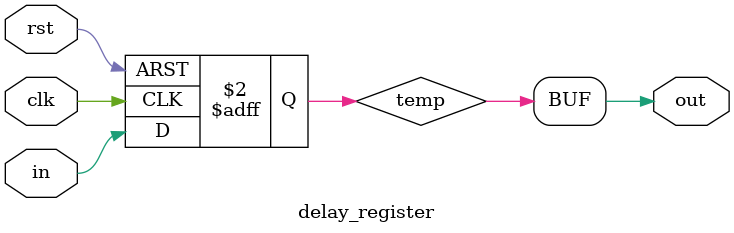
<source format=v>
`timescale 1ns / 1ps


module delay_register(
    input clk,
    input rst,
    
    input in,
    
    output out
);

reg temp;

always @(posedge clk or posedge rst)
begin
    if (rst) begin
        temp <= 0;
    end
    else begin
        temp <= in;
    end
end

assign out = temp;
endmodule

</source>
